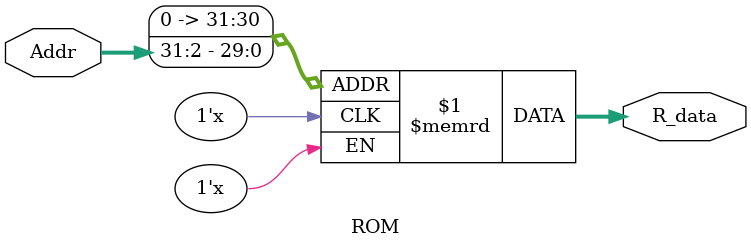
<source format=v>
module ROM(Addr, R_data);
input [31:0] Addr;
output [31:0] R_data;

reg [31:0] mem [255:0];

assign R_data = mem[Addr>>2];
endmodule
</source>
